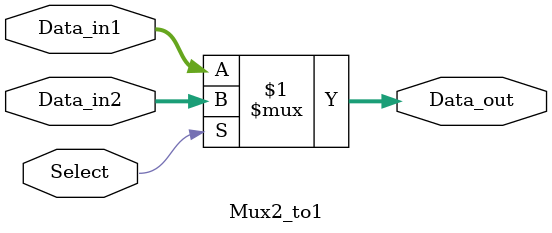
<source format=v>
module Mux2_to1#(parameter num_bit_of_data = 8)(Data_in1, Data_in2, Select, Data_out); 
  input [num_bit_of_data-1:0]Data_in1;
  input [num_bit_of_data-1:0]Data_in2;
  input Select;
  output wire [num_bit_of_data-1:0]Data_out;

  assign Data_out = Select ? Data_in2 : Data_in1 ;     // select = 0 out = data1, select =1 out = data2
endmodule
</source>
